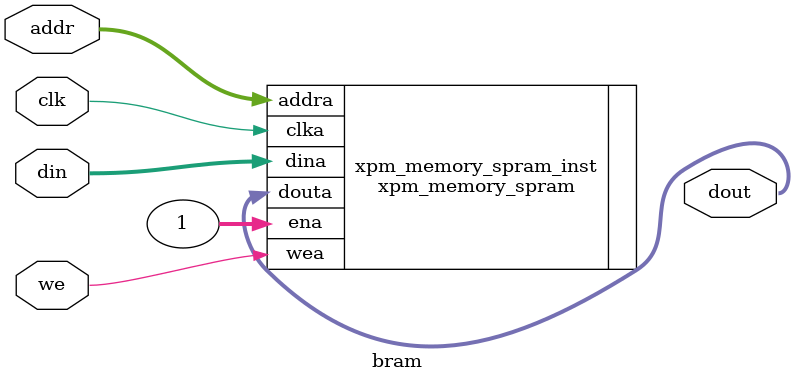
<source format=v>
module bram
    #(
         parameter DEPTH = 65536,
         parameter WIDTH = 32,
         parameter WRITE_BYTE = 0,

         parameter WE_WIDTH = WRITE_BYTE ? WIDTH/8 : 1
     )
     (
         input [$clog2(DEPTH)-1:0] addr,
         input clk,
         input [WIDTH-1:0] din,
         output [WIDTH-1:0] dout,
         input [WE_WIDTH-1:0] we
     );
`ifndef IVERILOG
    xpm_memory_spram #(
                         .ADDR_WIDTH_A($clog2(DEPTH)),  // DECIMAL
                         .BYTE_WRITE_WIDTH_A(WRITE_BYTE ? 8 : WIDTH), // DECIMAL
                         .MEMORY_INIT_FILE("none"),     // String
                         .MEMORY_INIT_PARAM("0"),       // String
                         .MEMORY_PRIMITIVE("block"),    // String
                         .MEMORY_SIZE(DEPTH * WIDTH),   // DECIMAL
                         .READ_DATA_WIDTH_A(WIDTH),     // DECIMAL
                         .READ_LATENCY_A(1),            // DECIMAL
                         .READ_RESET_VALUE_A("0"),      // String
                         .RST_MODE_A("SYNC"),           // String
                         .SIM_ASSERT_CHK(0),            // DECIMAL; 0=disable simulation messages, 1=enable simulation messages
                         .USE_MEM_INIT(1),              // DECIMAL
                         .WRITE_DATA_WIDTH_A(WIDTH),    // DECIMAL
                         .WRITE_MODE_A("read_first")    // String
                     )
                     xpm_memory_spram_inst (
                         .douta(dout),                   // READ_DATA_WIDTH_A-bit output: Data output for port A read operations.
                         .addra(addr),                   // ADDR_WIDTH_A-bit input: Address for port A write and read operations.
                         .clka(clk),                     // 1-bit input: Clock signal for port A.
                         .dina(din),                     // WRITE_DATA_WIDTH_A-bit input: Data input for port A write operations.
                         .ena(1),                        // 1-bit input: Memory enable signal for port A. Must be high on clock
                         // cycles when read or write operations are initiated. Pipelined
                         // internally.
                         .wea(we)                        // WRITE_DATA_WIDTH_A/BYTE_WRITE_WIDTH_A-bit input: Write enable vector
                         // for port A input data port dina. 1 bit wide when word-wide writes are
                         // used. In byte-wide write configurations, each bit controls the
                         // writing one byte of dina to address addra. For example, to
                         // synchronously write only bits [15-8] of dina when WRITE_DATA_WIDTH_A
                         // is 32, wea would be 4'b0010.

                     );
`else
    reg [WIDTH - 1:0] ram_[DEPTH - 1:0];
    reg [WIDTH - 1:0] din_reg;
    reg [$clog2(DEPTH)-1:0] addr_reg;
    reg [WE_WIDTH-1:0] we_reg;
    always @(posedge clk) begin
        addr_reg <= addr;
        din_reg <= din;
        we_reg <= we;
    end
    assign dout = ram_[addr_reg];

    integer j;
    initial begin
        for (j = 0; j < DEPTH; j = j + 1) begin
            ram_[j] = 0;
        end
    end

    localparam num_bytes = WIDTH / 8;
    generate
        genvar i;
        if (WRITE_BYTE) begin
            for (i = 0; i < num_bytes; i = i + 1) begin
                always @(posedge clk) begin
                    if (we_reg[i])
                        ram_[addr_reg][i*8+7:i*8] <= din_reg[i*8+7:i*8];
                end
            end
        end else begin
            always @(posedge clk)
                if (we_reg)
                    ram_[addr_reg] <= din_reg;
        end
    endgenerate
`endif
endmodule

</source>
